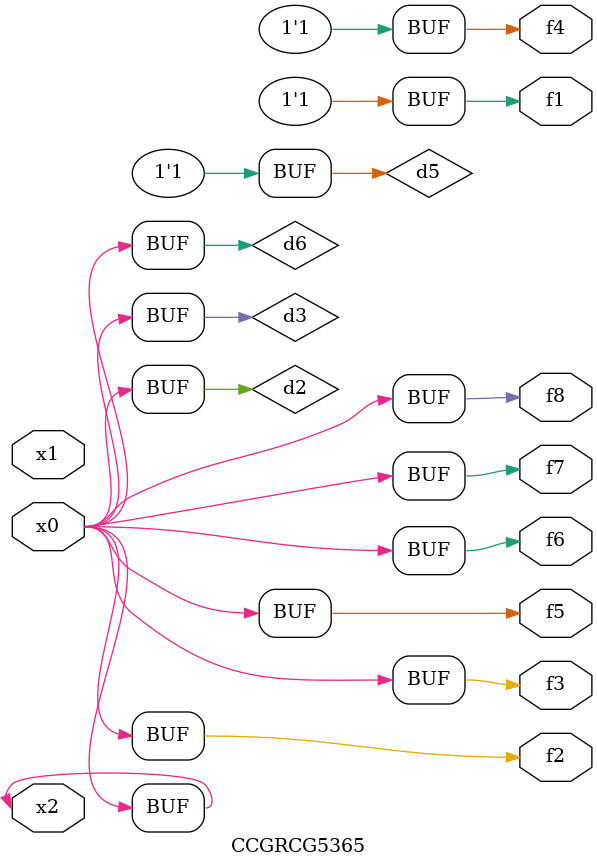
<source format=v>
module CCGRCG5365(
	input x0, x1, x2,
	output f1, f2, f3, f4, f5, f6, f7, f8
);

	wire d1, d2, d3, d4, d5, d6;

	xnor (d1, x2);
	buf (d2, x0, x2);
	and (d3, x0);
	xnor (d4, x1, x2);
	nand (d5, d1, d3);
	buf (d6, d2, d3);
	assign f1 = d5;
	assign f2 = d6;
	assign f3 = d6;
	assign f4 = d5;
	assign f5 = d6;
	assign f6 = d6;
	assign f7 = d6;
	assign f8 = d6;
endmodule

</source>
